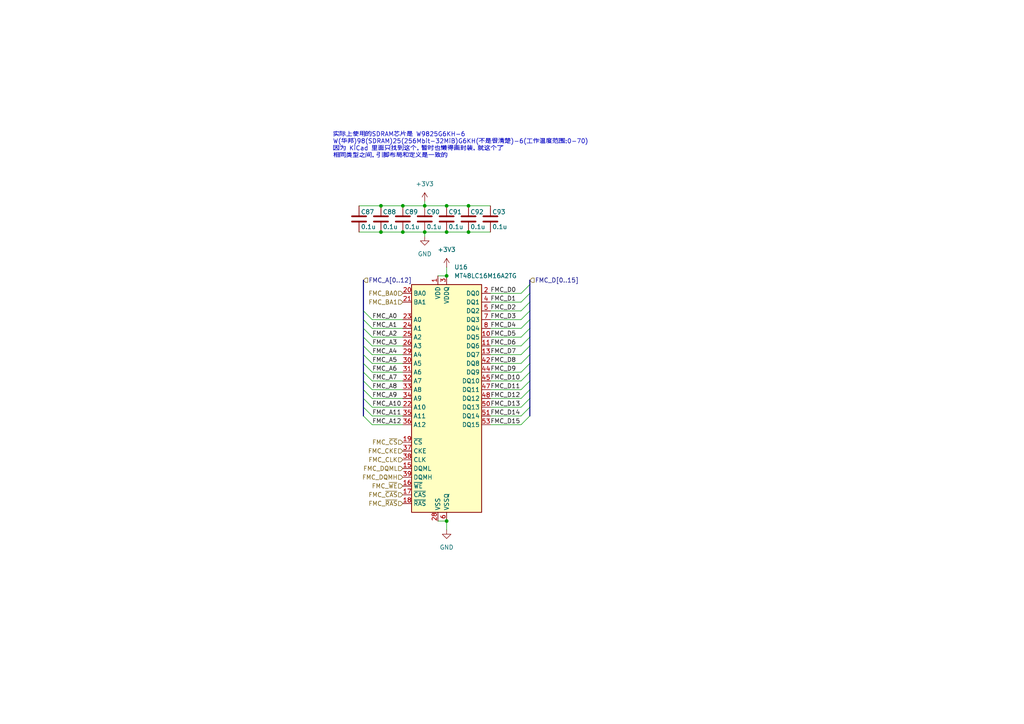
<source format=kicad_sch>
(kicad_sch (version 20231120) (generator "eeschema") (generator_version "8.0")
  (paper "A4")
  (lib_symbols
    (symbol "Device:C" (pin_numbers hide) (pin_names (offset 0.254))
      (property "Reference" "C" (at 0.635 2.54 0))
      (property "Value" "C" (at 0.635 -2.54 0))
      (symbol "C_0_1"
        (polyline (pts (xy -2.032 -0.762) (xy 2.032 -0.762)) (stroke (width 0.508)))
        (polyline (pts (xy -2.032 0.762) (xy 2.032 0.762)) (stroke (width 0.508)))
      )
      (symbol "C_1_1"
        (pin passive line (at 0 3.81 270) (length 2.794) (name "~") (number "1"))
        (pin passive line (at 0 -3.81 90) (length 2.794) (name "~") (number "2"))
      )
    )
    (symbol "Memory_RAM:MT48LC16M16A2TG"
      (property "Reference" "U" (at -8.89 34.29 0))
      (property "Value" "MT48LC16M16A2TG" (at 8.89 34.29 0))
      (symbol "MT48LC16M16A2TG_0_1"
        (rectangle (start -10.16 33.02) (end 10.16 -33.02) (stroke (width 0.254)) (fill (type background)))
      )
      (symbol "MT48LC16M16A2TG_1_1"
        (pin power_in line (at -2.54 35.56 270) (length 2.54) (name "VDD") (number "1"))
        (pin bidirectional line (at 12.7 17.78 180) (length 2.54) (name "DQ5") (number "10"))
        (pin bidirectional line (at 12.7 15.24 180) (length 2.54) (name "DQ6") (number "11"))
        (pin passive line (at 0 -35.56 90) (length 2.54) hide (name "VSSQ") (number "12"))
        (pin bidirectional line (at 12.7 12.7 180) (length 2.54) (name "DQ7") (number "13"))
        (pin passive line (at -2.54 35.56 270) (length 2.54) hide (name "VDD") (number "14"))
        (pin input line (at -12.7 -20.32 0) (length 2.54) (name "DQML") (number "15"))
        (pin input line (at -12.7 -25.4 0) (length 2.54) (name "~{WE}") (number "16"))
        (pin input line (at -12.7 -27.94 0) (length 2.54) (name "~{CAS}") (number "17"))
        (pin input line (at -12.7 -30.48 0) (length 2.54) (name "~{RAS}") (number "18"))
        (pin input line (at -12.7 -12.7 0) (length 2.54) (name "~{CS}") (number "19"))
        (pin bidirectional line (at 12.7 30.48 180) (length 2.54) (name "DQ0") (number "2"))
        (pin input line (at -12.7 30.48 0) (length 2.54) (name "BA0") (number "20"))
        (pin input line (at -12.7 27.94 0) (length 2.54) (name "BA1") (number "21"))
        (pin input line (at -12.7 -2.54 0) (length 2.54) (name "A10") (number "22"))
        (pin input line (at -12.7 22.86 0) (length 2.54) (name "A0") (number "23"))
        (pin input line (at -12.7 20.32 0) (length 2.54) (name "A1") (number "24"))
        (pin input line (at -12.7 17.78 0) (length 2.54) (name "A2") (number "25"))
        (pin input line (at -12.7 15.24 0) (length 2.54) (name "A3") (number "26"))
        (pin passive line (at -2.54 35.56 270) (length 2.54) hide (name "VDD") (number "27"))
        (pin power_in line (at -2.54 -35.56 90) (length 2.54) (name "VSS") (number "28"))
        (pin input line (at -12.7 12.7 0) (length 2.54) (name "A4") (number "29"))
        (pin power_in line (at 0 35.56 270) (length 2.54) (name "VDDQ") (number "3"))
        (pin input line (at -12.7 10.16 0) (length 2.54) (name "A5") (number "30"))
        (pin input line (at -12.7 7.62 0) (length 2.54) (name "A6") (number "31"))
        (pin input line (at -12.7 5.08 0) (length 2.54) (name "A7") (number "32"))
        (pin input line (at -12.7 2.54 0) (length 2.54) (name "A8") (number "33"))
        (pin input line (at -12.7 0 0) (length 2.54) (name "A9") (number "34"))
        (pin input line (at -12.7 -5.08 0) (length 2.54) (name "A11") (number "35"))
        (pin input line (at -12.7 -7.62 0) (length 2.54) (name "A12") (number "36"))
        (pin input line (at -12.7 -15.24 0) (length 2.54) (name "CKE") (number "37"))
        (pin input line (at -12.7 -17.78 0) (length 2.54) (name "CLK") (number "38"))
        (pin input line (at -12.7 -22.86 0) (length 2.54) (name "DQMH") (number "39"))
        (pin bidirectional line (at 12.7 27.94 180) (length 2.54) (name "DQ1") (number "4"))
        (pin no_connect line (at 10.16 -20.32 180) (length 2.54) hide (name "NC") (number "40"))
        (pin passive line (at -2.54 -35.56 90) (length 2.54) hide (name "VSS") (number "41"))
        (pin bidirectional line (at 12.7 10.16 180) (length 2.54) (name "DQ8") (number "42"))
        (pin passive line (at 0 35.56 270) (length 2.54) hide (name "VDDQ") (number "43"))
        (pin bidirectional line (at 12.7 7.62 180) (length 2.54) (name "DQ9") (number "44"))
        (pin bidirectional line (at 12.7 5.08 180) (length 2.54) (name "DQ10") (number "45"))
        (pin passive line (at 0 -35.56 90) (length 2.54) hide (name "VSSQ") (number "46"))
        (pin bidirectional line (at 12.7 2.54 180) (length 2.54) (name "DQ11") (number "47"))
        (pin bidirectional line (at 12.7 0 180) (length 2.54) (name "DQ12") (number "48"))
        (pin passive line (at 0 35.56 270) (length 2.54) hide (name "VDDQ") (number "49"))
        (pin bidirectional line (at 12.7 25.4 180) (length 2.54) (name "DQ2") (number "5"))
        (pin bidirectional line (at 12.7 -2.54 180) (length 2.54) (name "DQ13") (number "50"))
        (pin bidirectional line (at 12.7 -5.08 180) (length 2.54) (name "DQ14") (number "51"))
        (pin passive line (at 0 -35.56 90) (length 2.54) hide (name "VSSQ") (number "52"))
        (pin bidirectional line (at 12.7 -7.62 180) (length 2.54) (name "DQ15") (number "53"))
        (pin passive line (at -2.54 -35.56 90) (length 2.54) hide (name "VSS") (number "54"))
        (pin power_in line (at 0 -35.56 90) (length 2.54) (name "VSSQ") (number "6"))
        (pin bidirectional line (at 12.7 22.86 180) (length 2.54) (name "DQ3") (number "7"))
        (pin bidirectional line (at 12.7 20.32 180) (length 2.54) (name "DQ4") (number "8"))
        (pin passive line (at 0 35.56 270) (length 2.54) hide (name "VDDQ") (number "9"))
      )
    )
    (symbol "power:+3V3" (power) (pin_numbers hide) (pin_names (offset 0) hide)
      (property "Value" "+3V3" (at 0 3.556 0))
      (symbol "+3V3_0_1"
        (polyline (pts (xy -0.762 1.27) (xy 0 2.54)))
        (polyline (pts (xy 0 0) (xy 0 2.54)))
        (polyline (pts (xy 0 2.54) (xy 0.762 1.27)))
      )
      (symbol "+3V3_1_1"
        (pin power_in line (at 0 0 90) (length 0) (name "~") (number "1"))
      )
    )
    (symbol "power:GND" (power) (pin_numbers hide) (pin_names (offset 0) hide)
      (property "Value" "GND" (at 0 -3.81 0))
      (symbol "GND_0_1"
        (polyline (pts (xy 0 0) (xy 0 -1.27) (xy 1.27 -1.27) (xy 0 -2.54) (xy -1.27 -1.27) (xy 0 -1.27)))
      )
      (symbol "GND_1_1"
        (pin power_in line (at 0 0 270) (length 0) (name "~") (number "1"))
      )
    )
  )
  (junction (at 110.49 59.69))
  (junction (at 116.84 67.31))
  (junction (at 129.54 151.13))
  (junction (at 123.19 67.31))
  (junction (at 116.84 59.69))
  (junction (at 129.54 59.69))
  (junction (at 129.54 80.01))
  (junction (at 135.89 59.69))
  (junction (at 123.19 59.69))
  (junction (at 110.49 67.31))
  (junction (at 129.54 67.31))
  (junction (at 135.89 67.31))
  (bus_entry (at 153.67 92.71) (size -2.54 2.54))
  (bus_entry (at 153.67 100.33) (size -2.54 2.54))
  (bus_entry (at 105.41 107.95) (size 2.54 2.54))
  (bus_entry (at 153.67 97.79) (size -2.54 2.54))
  (bus_entry (at 153.67 110.49) (size -2.54 2.54))
  (bus_entry (at 105.41 100.33) (size 2.54 2.54))
  (bus_entry (at 153.67 87.63) (size -2.54 2.54))
  (bus_entry (at 153.67 85.09) (size -2.54 2.54))
  (bus_entry (at 105.41 90.17) (size 2.54 2.54))
  (bus_entry (at 105.41 113.03) (size 2.54 2.54))
  (bus_entry (at 153.67 102.87) (size -2.54 2.54))
  (bus_entry (at 153.67 115.57) (size -2.54 2.54))
  (bus_entry (at 105.41 102.87) (size 2.54 2.54))
  (bus_entry (at 105.41 97.79) (size 2.54 2.54))
  (bus_entry (at 105.41 118.11) (size 2.54 2.54))
  (bus_entry (at 153.67 90.17) (size -2.54 2.54))
  (bus_entry (at 105.41 92.71) (size 2.54 2.54))
  (bus_entry (at 153.67 95.25) (size -2.54 2.54))
  (bus_entry (at 153.67 82.55) (size -2.54 2.54))
  (bus_entry (at 153.67 105.41) (size -2.54 2.54))
  (bus_entry (at 105.41 105.41) (size 2.54 2.54))
  (bus_entry (at 105.41 110.49) (size 2.54 2.54))
  (bus_entry (at 153.67 118.11) (size -2.54 2.54))
  (bus_entry (at 153.67 120.65) (size -2.54 2.54))
  (bus_entry (at 153.67 107.95) (size -2.54 2.54))
  (bus_entry (at 105.41 95.25) (size 2.54 2.54))
  (bus_entry (at 153.67 113.03) (size -2.54 2.54))
  (bus_entry (at 105.41 115.57) (size 2.54 2.54))
  (bus_entry (at 105.41 120.65) (size 2.54 2.54))
  (wire (pts (xy 107.95 113.03) (xy 116.84 113.03)))
  (bus (pts (xy 105.41 113.03) (xy 105.41 115.57)))
  (wire (pts (xy 107.95 92.71) (xy 116.84 92.71)))
  (bus (pts (xy 105.41 81.28) (xy 105.41 90.17)))
  (wire (pts (xy 123.19 67.31) (xy 123.19 68.58)))
  (bus (pts (xy 153.67 92.71) (xy 153.67 95.25)))
  (bus (pts (xy 153.67 82.55) (xy 153.67 85.09)))
  (wire (pts (xy 107.95 120.65) (xy 116.84 120.65)))
  (wire (pts (xy 142.24 100.33) (xy 151.13 100.33)))
  (bus (pts (xy 153.67 90.17) (xy 153.67 92.71)))
  (bus (pts (xy 153.67 102.87) (xy 153.67 105.41)))
  (wire (pts (xy 142.24 118.11) (xy 151.13 118.11)))
  (wire (pts (xy 107.95 102.87) (xy 116.84 102.87)))
  (wire (pts (xy 142.24 105.41) (xy 151.13 105.41)))
  (wire (pts (xy 129.54 151.13) (xy 127 151.13)))
  (wire (pts (xy 107.95 123.19) (xy 116.84 123.19)))
  (wire (pts (xy 129.54 59.69) (xy 135.89 59.69)))
  (wire (pts (xy 142.24 87.63) (xy 151.13 87.63)))
  (wire (pts (xy 142.24 107.95) (xy 151.13 107.95)))
  (bus (pts (xy 105.41 107.95) (xy 105.41 110.49)))
  (wire (pts (xy 107.95 105.41) (xy 116.84 105.41)))
  (bus (pts (xy 105.41 90.17) (xy 105.41 92.71)))
  (bus (pts (xy 105.41 95.25) (xy 105.41 97.79)))
  (wire (pts (xy 129.54 153.67) (xy 129.54 151.13)))
  (wire (pts (xy 123.19 59.69) (xy 116.84 59.69)))
  (wire (pts (xy 123.19 59.69) (xy 129.54 59.69)))
  (wire (pts (xy 107.95 118.11) (xy 116.84 118.11)))
  (wire (pts (xy 123.19 67.31) (xy 129.54 67.31)))
  (bus (pts (xy 105.41 92.71) (xy 105.41 95.25)))
  (wire (pts (xy 142.24 97.79) (xy 151.13 97.79)))
  (bus (pts (xy 105.41 97.79) (xy 105.41 100.33)))
  (wire (pts (xy 142.24 123.19) (xy 151.13 123.19)))
  (wire (pts (xy 110.49 67.31) (xy 116.84 67.31)))
  (wire (pts (xy 116.84 67.31) (xy 123.19 67.31)))
  (bus (pts (xy 153.67 87.63) (xy 153.67 90.17)))
  (wire (pts (xy 129.54 80.01) (xy 127 80.01)))
  (wire (pts (xy 123.19 58.42) (xy 123.19 59.69)))
  (wire (pts (xy 142.24 113.03) (xy 151.13 113.03)))
  (bus (pts (xy 153.67 110.49) (xy 153.67 113.03)))
  (wire (pts (xy 135.89 67.31) (xy 142.24 67.31)))
  (wire (pts (xy 110.49 59.69) (xy 104.14 59.69)))
  (wire (pts (xy 135.89 59.69) (xy 142.24 59.69)))
  (wire (pts (xy 142.24 85.09) (xy 151.13 85.09)))
  (wire (pts (xy 107.95 107.95) (xy 116.84 107.95)))
  (bus (pts (xy 153.67 113.03) (xy 153.67 115.57)))
  (wire (pts (xy 142.24 90.17) (xy 151.13 90.17)))
  (bus (pts (xy 153.67 100.33) (xy 153.67 102.87)))
  (bus (pts (xy 153.67 85.09) (xy 153.67 87.63)))
  (wire (pts (xy 107.95 110.49) (xy 116.84 110.49)))
  (bus (pts (xy 153.67 105.41) (xy 153.67 107.95)))
  (wire (pts (xy 107.95 97.79) (xy 116.84 97.79)))
  (bus (pts (xy 153.67 115.57) (xy 153.67 118.11)))
  (bus (pts (xy 153.67 97.79) (xy 153.67 100.33)))
  (wire (pts (xy 142.24 95.25) (xy 151.13 95.25)))
  (bus (pts (xy 105.41 102.87) (xy 105.41 105.41)))
  (wire (pts (xy 142.24 120.65) (xy 151.13 120.65)))
  (bus (pts (xy 105.41 118.11) (xy 105.41 120.65)))
  (wire (pts (xy 129.54 77.47) (xy 129.54 80.01)))
  (bus (pts (xy 153.67 95.25) (xy 153.67 97.79)))
  (wire (pts (xy 104.14 67.31) (xy 110.49 67.31)))
  (wire (pts (xy 107.95 100.33) (xy 116.84 100.33)))
  (wire (pts (xy 116.84 59.69) (xy 110.49 59.69)))
  (wire (pts (xy 107.95 95.25) (xy 116.84 95.25)))
  (wire (pts (xy 142.24 92.71) (xy 151.13 92.71)))
  (wire (pts (xy 142.24 110.49) (xy 151.13 110.49)))
  (bus (pts (xy 105.41 110.49) (xy 105.41 113.03)))
  (bus (pts (xy 105.41 100.33) (xy 105.41 102.87)))
  (bus (pts (xy 153.67 107.95) (xy 153.67 110.49)))
  (wire (pts (xy 142.24 115.57) (xy 151.13 115.57)))
  (wire (pts (xy 107.95 115.57) (xy 116.84 115.57)))
  (bus (pts (xy 153.67 81.28) (xy 153.67 82.55)))
  (wire (pts (xy 142.24 102.87) (xy 151.13 102.87)))
  (wire (pts (xy 129.54 67.31) (xy 135.89 67.31)))
  (bus (pts (xy 153.67 118.11) (xy 153.67 120.65)))
  (bus (pts (xy 105.41 105.41) (xy 105.41 107.95)))
  (bus (pts (xy 105.41 115.57) (xy 105.41 118.11)))
  (text "实际上使用的SDRAM芯片是 W9825G6KH-6\nW(华邦)98(SDRAM)25(256Mbit-32MiB)G6KH(不是很清楚)-6(工作温度范围:0-70)\n因为 KiCad 里面只找到这个，暂时也懒得画封装，就这个了\n相同类型之间，引脚布局和定义是一致的" (at 96.52 42.164 0) (effects (font (size 1.27 1.27)) (justify left)))
  (label "FMC_D4" (at 142.24 95.25 0))
  (label "FMC_A9" (at 107.95 115.57 0))
  (label "FMC_D8" (at 142.24 105.41 0))
  (label "FMC_D14" (at 142.24 120.65 0))
  (label "FMC_D2" (at 142.24 90.17 0))
  (label "FMC_A0" (at 107.95 92.71 0))
  (label "FMC_D7" (at 142.24 102.87 0))
  (label "FMC_D1" (at 142.24 87.63 0))
  (label "FMC_D13" (at 142.24 118.11 0))
  (label "FMC_A11" (at 107.95 120.65 0))
  (label "FMC_D5" (at 142.24 97.79 0))
  (label "FMC_D9" (at 142.24 107.95 0))
  (label "FMC_A2" (at 107.95 97.79 0))
  (label "FMC_D0" (at 142.24 85.09 0))
  (label "FMC_A5" (at 107.95 105.41 0))
  (label "FMC_D10" (at 142.24 110.49 0))
  (label "FMC_A3" (at 107.95 100.33 0))
  (label "FMC_A1" (at 107.95 95.25 0))
  (label "FMC_A6" (at 107.95 107.95 0))
  (label "FMC_A10" (at 107.95 118.11 0))
  (label "FMC_A4" (at 107.95 102.87 0))
  (label "FMC_D3" (at 142.24 92.71 0))
  (label "FMC_D12" (at 142.24 115.57 0))
  (label "FMC_A12" (at 107.95 123.19 0))
  (label "FMC_D6" (at 142.24 100.33 0))
  (label "FMC_A8" (at 107.95 113.03 0))
  (label "FMC_D15" (at 142.24 123.19 0))
  (label "FMC_D11" (at 142.24 113.03 0))
  (label "FMC_A7" (at 107.95 110.49 0))
  (hierarchical_label "FMC_~{CAS}" (shape input) (at 116.84 143.51 180))
  (hierarchical_label "FMC_~{WE}" (shape input) (at 116.84 140.97 180))
  (hierarchical_label "FMC_BA1" (shape input) (at 116.84 87.63 180))
  (hierarchical_label "FMC_D[0..15]" (shape input) (at 153.67 81.28 0))
  (hierarchical_label "FMC_~{CS}" (shape input) (at 116.84 128.27 180))
  (hierarchical_label "FMC_A[0..12]" (shape input) (at 105.41 81.28 0))
  (hierarchical_label "FMC_DQML" (shape input) (at 116.84 135.89 180))
  (hierarchical_label "FMC_CKE" (shape input) (at 116.84 130.81 180))
  (hierarchical_label "FMC_CLK" (shape input) (at 116.84 133.35 180))
  (hierarchical_label "FMC_DQMH" (shape input) (at 116.84 138.43 180))
  (hierarchical_label "FMC_~{RAS}" (shape input) (at 116.84 146.05 180))
  (hierarchical_label "FMC_BA0" (shape input) (at 116.84 85.09 180))
  (symbol (lib_id "power:+3V3") (at 123.19 58.42 0) (unit 1)
    (property "Reference" "#PWR0128" (effects (hide yes)))
    (property "Value" "+3V3" (at 123.19 53.34 0))
    (property "Description" "Power symbol creates a global label with name \"+3V3\"" (effects (hide yes)))
  )
  (symbol (lib_id "Device:C") (at 123.19 63.5 0) (unit 1)
    (property "Reference" "C90" (at 123.698 61.468 0) (effects (justify left)))
    (property "Value" "0.1u" (at 123.698 65.786 0) (effects (justify left)))
    (property "Description" "Unpolarized capacitor" (effects (hide yes)))
  )
  (symbol (lib_id "Device:C") (at 104.14 63.5 0) (unit 1)
    (property "Reference" "C87" (at 104.648 61.468 0) (effects (justify left)))
    (property "Value" "0.1u" (at 104.648 65.786 0) (effects (justify left)))
    (property "Description" "Unpolarized capacitor" (effects (hide yes)))
  )
  (symbol (lib_id "Device:C") (at 135.89 63.5 0) (unit 1)
    (property "Reference" "C92" (at 136.398 61.468 0) (effects (justify left)))
    (property "Value" "0.1u" (at 136.398 65.786 0) (effects (justify left)))
    (property "Description" "Unpolarized capacitor" (effects (hide yes)))
  )
  (symbol (lib_id "power:+3V3") (at 129.54 77.47 0) (unit 1)
    (property "Reference" "#PWR0130" (effects (hide yes)))
    (property "Value" "+3V3" (at 129.54 72.39 0))
    (property "Description" "Power symbol creates a global label with name \"+3V3\"" (effects (hide yes)))
  )
  (symbol (lib_id "Device:C") (at 110.49 63.5 0) (unit 1)
    (property "Reference" "C88" (at 110.998 61.468 0) (effects (justify left)))
    (property "Value" "0.1u" (at 110.998 65.786 0) (effects (justify left)))
    (property "Description" "Unpolarized capacitor" (effects (hide yes)))
  )
  (symbol (lib_id "Device:C") (at 129.54 63.5 0) (unit 1)
    (property "Reference" "C91" (at 130.048 61.468 0) (effects (justify left)))
    (property "Value" "0.1u" (at 130.048 65.786 0) (effects (justify left)))
    (property "Description" "Unpolarized capacitor" (effects (hide yes)))
  )
  (symbol (lib_id "Memory_RAM:MT48LC16M16A2TG") (at 129.54 115.57 0) (unit 1)
    (property "Reference" "U16" (at 131.7341 77.47 0) (effects (justify left)))
    (property "Value" "MT48LC16M16A2TG" (at 131.7341 80.01 0) (effects (justify left)))
    (property "Footprint" "Package_SO:TSOP-II-54_22.2x10.16mm_P0.8mm" (effects (hide yes)))
    (property "Datasheet" "https://www.micron.com/-/media/client/global/documents/products/data-sheet/dram/256mb_sdr.pdf" (effects (hide yes)))
    (property "Description" "256M – (16M x 16 bit) Synchronous DRAM (SDRAM), TSOP-II-54" (effects (hide yes)))
  )
  (symbol (lib_id "Device:C") (at 116.84 63.5 0) (unit 1)
    (property "Reference" "C89" (at 117.348 61.468 0) (effects (justify left)))
    (property "Value" "0.1u" (at 117.348 65.786 0) (effects (justify left)))
    (property "Description" "Unpolarized capacitor" (effects (hide yes)))
  )
  (symbol (lib_id "Device:C") (at 142.24 63.5 0) (unit 1)
    (property "Reference" "C93" (at 142.748 61.468 0) (effects (justify left)))
    (property "Value" "0.1u" (at 142.748 65.786 0) (effects (justify left)))
    (property "Description" "Unpolarized capacitor" (effects (hide yes)))
  )
  (symbol (lib_id "power:GND") (at 129.54 153.67 0) (unit 1)
    (property "Reference" "#PWR0131" (effects (hide yes)))
    (property "Value" "GND" (at 129.54 158.75 0))
    (property "Description" "Power symbol creates a global label with name \"GND\" , ground" (effects (hide yes)))
  )
  (symbol (lib_id "power:GND") (at 123.19 68.58 0) (unit 1)
    (property "Reference" "#PWR0129" (effects (hide yes)))
    (property "Value" "GND" (at 123.19 73.66 0))
    (property "Description" "Power symbol creates a global label with name \"GND\" , ground" (effects (hide yes)))
  )
)
</source>
